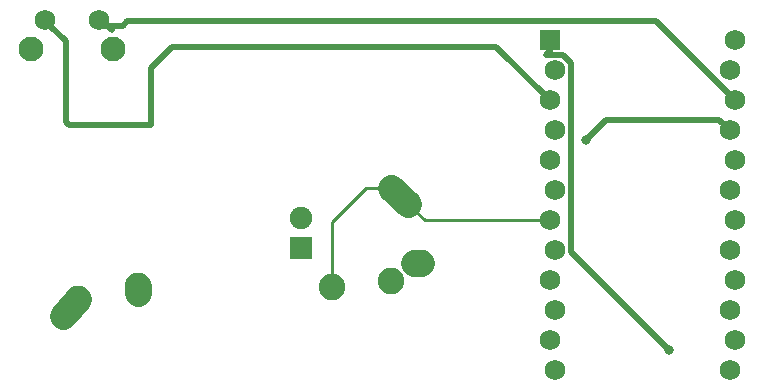
<source format=gbr>
G04 #@! TF.GenerationSoftware,KiCad,Pcbnew,(5.1.4)-1*
G04 #@! TF.CreationDate,2019-12-08T17:57:44-07:00*
G04 #@! TF.ProjectId,BAEmacropad,4241456d-6163-4726-9f70-61642e6b6963,rev?*
G04 #@! TF.SameCoordinates,Original*
G04 #@! TF.FileFunction,Copper,L2,Bot*
G04 #@! TF.FilePolarity,Positive*
%FSLAX46Y46*%
G04 Gerber Fmt 4.6, Leading zero omitted, Abs format (unit mm)*
G04 Created by KiCad (PCBNEW (5.1.4)-1) date 2019-12-08 17:57:44*
%MOMM*%
%LPD*%
G04 APERTURE LIST*
%ADD10C,2.100000*%
%ADD11C,1.750000*%
%ADD12C,2.250000*%
%ADD13C,1.905000*%
%ADD14R,1.905000X1.905000*%
%ADD15C,2.250000*%
%ADD16C,1.752600*%
%ADD17R,1.752600X1.752600*%
%ADD18C,0.800000*%
%ADD19C,0.500000*%
%ADD20C,0.250000*%
G04 APERTURE END LIST*
D10*
X55225000Y-74880000D03*
D11*
X53975000Y-72390000D03*
X49475000Y-72390000D03*
D10*
X48215000Y-74880000D03*
D12*
X73700000Y-94987500D03*
X78700000Y-94487500D03*
D13*
X71120000Y-89217500D03*
D14*
X71120000Y-91757500D03*
D12*
X80200000Y-87987500D03*
X79470004Y-87332495D03*
D15*
X78740000Y-86677500D02*
X80200008Y-87987490D01*
D12*
X81280000Y-93027500D03*
X80990000Y-93007499D03*
D15*
X80700000Y-92987500D02*
X81280000Y-93027498D01*
D12*
X52268750Y-96012500D03*
X51613751Y-96742500D03*
D15*
X50958750Y-97472500D02*
X52268752Y-96012500D01*
D12*
X57308750Y-94932500D03*
X57288750Y-95222500D03*
D15*
X57268750Y-95512500D02*
X57308750Y-94932500D01*
D16*
X107861100Y-74136250D03*
X92621100Y-102076250D03*
X107403900Y-76676250D03*
X107861100Y-79216250D03*
X107403900Y-81756250D03*
X107861100Y-84296250D03*
X107403900Y-86836250D03*
X107861100Y-89376250D03*
X107403900Y-91916250D03*
X107861100Y-94456250D03*
X107403900Y-96996250D03*
X107861100Y-99536250D03*
X107403900Y-102076250D03*
X92163900Y-99536250D03*
X92621100Y-96996250D03*
X92163900Y-94456250D03*
X92621100Y-91916250D03*
X92163900Y-89376250D03*
X92621100Y-86836250D03*
X92163900Y-84296250D03*
X92621100Y-81756250D03*
X92163900Y-79216250D03*
X92621100Y-76676250D03*
D17*
X92163900Y-74136250D03*
D18*
X95250000Y-82550000D03*
X102235000Y-100330000D03*
D19*
X106527601Y-80879951D02*
X96920049Y-80879951D01*
X107403900Y-81756250D02*
X106527601Y-80879951D01*
X96920049Y-80879951D02*
X95250000Y-82550000D01*
X60196253Y-74668749D02*
X87616399Y-74668749D01*
X87616399Y-74668749D02*
X92163900Y-79216250D01*
X51181000Y-74223000D02*
X51181000Y-81026000D01*
X49856000Y-72898000D02*
X51181000Y-74223000D01*
X51181000Y-81026000D02*
X51435000Y-81280000D01*
X58420000Y-81280000D02*
X58420000Y-76445002D01*
X51435000Y-81280000D02*
X58420000Y-81280000D01*
X58420000Y-76445002D02*
X60196253Y-74668749D01*
X93947401Y-76039625D02*
X93947401Y-92042401D01*
X93257725Y-75349949D02*
X93947401Y-76039625D01*
X91832851Y-75349949D02*
X93257725Y-75349949D01*
X92163900Y-74136250D02*
X92163900Y-75018900D01*
X92163900Y-75018900D02*
X91832851Y-75349949D01*
X93947401Y-92042401D02*
X102235000Y-100330000D01*
D20*
X81588750Y-89376250D02*
X80200000Y-87987500D01*
X92163900Y-89376250D02*
X81588750Y-89376250D01*
X73700000Y-93396510D02*
X73700000Y-94987500D01*
X73700000Y-89555526D02*
X73700000Y-93396510D01*
X76578026Y-86677500D02*
X73700000Y-89555526D01*
X78740000Y-86677500D02*
X76578026Y-86677500D01*
D19*
X107861100Y-79216250D02*
X101163599Y-72518749D01*
X101163599Y-72518749D02*
X56386251Y-72518749D01*
X54252250Y-72421750D02*
X55102249Y-73271749D01*
X56007000Y-72898000D02*
X54356000Y-72898000D01*
X56386251Y-72518749D02*
X56007000Y-72898000D01*
M02*

</source>
